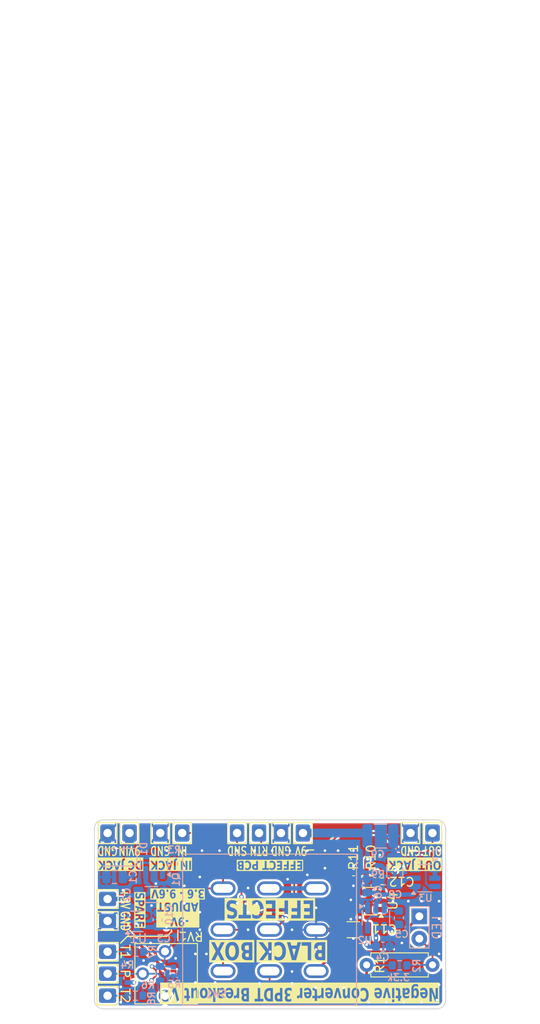
<source format=kicad_pcb>
(kicad_pcb (version 20241229) (generator "pcbnew") (generator_version "9.0")
  (layers (0 "F.Cu" signal) (4 "In1.Cu" signal) (6 "In2.Cu" signal) (2 "B.Cu" signal) (13 "F.Paste" user) (15 "B.Paste" user) (5 "F.SilkS" user "F.Silkscreen") (7 "B.SilkS" user "B.Silkscreen") (1 "F.Mask" user) (3 "B.Mask" user) (25 "Edge.Cuts" user))
  (net 0 "")
  (net 1 "GND")
  (net 2 "+9V")
  (net 3 "/LED+")
  (net 4 "/LED-")
  (net 5 "/IN")
  (net 6 "/SEND")
  (net 7 "/RETURN")
  (net 8 "/OUT")
  (net 9 "+4V5")
  (net 10 "-4V5")
  (net 11 "-9V_PRE")
  (net 12 "-9V")
  (net 13 "Net-(R7-Pad1)")
  (net 14 "Net-(R8-Pad1)")
  (net 15 "Net-(U4-ADJ)")
  (net 16 "+9VIN")
  (net 17 "/FB")
  (net 18 "/-CAP_A")
  (net 19 "/+CAP_A")
  (net 20 "/-CAP_B")
  (net 21 "/+CAP_B")
  (net 22 "/FB_A")
  (net 23 "/Q1_G")
  (net 24 "/GND_SW")
  (footprint "Resistor_SMD:R_0402_1005Metric" (layer "F.Cu") (at 80.26 134)
    (property "Reference" "R10" (at -1.26 -2.75 90) (layer "F.SilkS"))
    (property "Value" "30k")
    (pad "1" smd roundrect (at -0.51 0) (size 0.54 0.64) (layers "F.Cu" "F.Mask" "F.Paste") (net 15 "Net-(U4-ADJ)"))
    (pad "2" smd roundrect (at 0.51 0) (size 0.54 0.64) (layers "F.Cu" "F.Mask" "F.Paste") (net 1 "GND"))
  )
  (footprint "g-art:WirePad_H0.95mm_22-24AWG" (layer "F.Cu") (at 71.25 128.5 180)
    (property "Reference" "WP9" (hide yes))
    (property "Value" "-9V" (at -0.25 -2 180) (layer "F.SilkS") (effects (font (size 1 0.75))))
    (pad "1" thru_hole roundrect (at 0 0) (size 1.65 1.95) (drill 0.95) (layers "*.Cu" "F.Mask" "F.Paste") (roundrect_rratio 0.15) (net 12 "-9V"))
  )
  (footprint "g-art:WirePad_H0.95mm_22-24AWG" (layer "F.Cu") (at 55 128.5 180)
    (property "Reference" "WP6" (hide yes))
    (property "Value" "GND" (at 0 -2 180) (layer "F.SilkS") (effects (font (size 1 0.75))))
    (pad "1" thru_hole roundrect (at 0 0) (size 1.65 1.95) (drill 0.95) (layers "*.Cu" "F.Mask" "F.Paste") (roundrect_rratio 0.15) (net 1 "GND"))
  )
  (footprint "g-art:WirePad_H0.95mm_22-24AWG" (layer "F.Cu") (at 49 128.5 180)
    (property "Reference" "WP2" (hide yes))
    (property "Value" "GND" (at 0 -2 180) (layer "F.SilkS") (effects (font (size 1 0.75))))
    (pad "1" thru_hole roundrect (at 0 0) (size 1.65 1.95) (drill 0.95) (layers "*.Cu" "F.Mask" "F.Paste") (roundrect_rratio 0.15) (net 1 "GND"))
  )
  (footprint "g-art:WirePad_H0.95mm_22-24AWG" (layer "F.Cu") (at 49 138.5 90)
    (property "Reference" "WP12" (hide yes))
    (property "Value" "GND" (at 0 2 270) (layer "F.SilkS") (effects (font (size 1 0.75))))
    (pad "1" thru_hole roundrect (at 0 0 270) (size 1.65 1.95) (drill 0.95) (layers "*.Cu" "F.Mask" "F.Paste") (roundrect_rratio 0.15) (net 1 "GND"))
  )
  (footprint "Package_TO_SOT_SMD:SOT-23-5" (layer "F.Cu") (at 78.8625 136.25 180)
    (property "Reference" "U4" (at -2.6375 0 90) (layer "F.SilkS"))
    (property "Value" "MIC5270YM5-TR")
    (pad "1" smd roundrect (at -1.1375 -0.95 180) (size 1.325 0.6) (layers "F.Cu" "F.Mask" "F.Paste"))
    (pad "2" smd roundrect (at -1.1375 0 180) (size 1.325 0.6) (layers "F.Cu" "F.Mask" "F.Paste") (net 1 "GND"))
    (pad "3" smd roundrect (at -1.1375 0.95 180) (size 1.325 0.6) (layers "F.Cu" "F.Mask" "F.Paste") (net 15 "Net-(U4-ADJ)"))
    (pad "4" smd roundrect (at 1.1375 0.95 180) (size 1.325 0.6) (layers "F.Cu" "F.Mask" "F.Paste") (net 12 "-9V"))
    (pad "5" smd roundrect (at 1.1375 -0.95 180) (size 1.325 0.6) (layers "F.Cu" "F.Mask" "F.Paste") (net 11 "-9V_PRE"))
  )
  (footprint "g-art:WirePad_H0.95mm_22-24AWG" (layer "F.Cu") (at 68.75 128.5 180)
    (property "Reference" "WP10" (hide yes))
    (property "Value" "GND" (at 0 -2 180) (layer "F.SilkS") (effects (font (size 1 0.75))))
    (pad "1" thru_hole roundrect (at 0 0) (size 1.65 1.95) (drill 0.95) (layers "*.Cu" "F.Mask" "F.Paste") (roundrect_rratio 0.15) (net 1 "GND"))
  )
  (footprint "g-art:WirePad_H0.95mm_22-24AWG" (layer "F.Cu") (at 86 128.5 180)
    (property "Reference" "WP3" (hide yes))
    (property "Value" "OUT" (at 0 -2 180) (layer "F.SilkS") (effects (font (size 1 0.75))))
    (pad "1" thru_hole roundrect (at 0 0) (size 1.65 1.95) (drill 0.95) (layers "*.Cu" "F.Mask" "F.Paste") (roundrect_rratio 0.15) (net 8 "/OUT"))
  )
  (footprint "Capacitor_SMD:C_0402_1005Metric" (layer "F.Cu") (at 77.02 133 180)
    (property "Reference" "C12" (at -5.48 -1 180) (layer "F.SilkS"))
    (property "Value" "100n")
    (pad "1" smd roundrect (at -0.48 0 180) (size 0.56 0.62) (layers "F.Cu" "F.Mask" "F.Paste") (net 12 "-9V"))
    (pad "2" smd roundrect (at 0.48 0 180) (size 0.56 0.62) (layers "F.Cu" "F.Mask" "F.Paste") (net 1 "GND"))
  )
  (footprint "Resistor_SMD:R_0402_1005Metric" (layer "F.Cu") (at 78.99 133)
    (property "Reference" "R11" (at -1.99 -1.75 90) (layer "F.SilkS"))
    (property "Value" "4.7k")
    (pad "1" smd roundrect (at -0.51 0) (size 0.54 0.64) (layers "F.Cu" "F.Mask" "F.Paste") (net 12 "-9V"))
    (pad "2" smd roundrect (at 0.51 0) (size 0.54 0.64) (layers "F.Cu" "F.Mask" "F.Paste") (net 15 "Net-(U4-ADJ)"))
  )
  (footprint "g-pot:Potentiometer_Bourns_3362P_Vertical" (layer "F.Cu") (at 55.54 144.5 -90)
    (property "Reference" "RV1" (at -4.25 -2.96 180) (layer "F.SilkS"))
    (property "Value" "B100k")
    (pad "1" thru_hole circle (at 2.54 0) (size 1.44 1.44) (drill 0.9) (layers "*.Cu" "*.Mask") (net 22 "/FB_A"))
    (pad "2" thru_hole circle (at 0 2.54) (size 1.44 1.44) (drill 0.9) (layers "*.Cu" "*.Mask") (net 22 "/FB_A"))
    (pad "3" thru_hole circle (at -2.54 0) (size 1.44 1.44) (drill 0.9) (layers "*.Cu" "*.Mask") (net 17 "/FB"))
  )
  (footprint "g-res:R_Axial_DIN0207_L6.3mm_D2.5mm_P7.5mm_Horizontal" (layer "F.Cu") (at 78.5 143.5)
    (property "Reference" "R1" (at 1.5 0 90) (layer "F.SilkS"))
    (property "Value" "3.3k")
    (pad "1" thru_hole circle (at 0 0) (size 1.6 1.6) (drill 0.8) (layers "*.Cu" "*.Mask") (net 2 "+9V"))
    (pad "2" thru_hole oval (at 7.5 0) (size 1.6 1.6) (drill 0.8) (layers "*.Cu" "*.Mask") (net 3 "/LED+"))
  )
  (footprint "g-art:WirePad_H0.95mm_22-24AWG" (layer "F.Cu") (at 83.5 128.5 180)
    (property "Reference" "WP4" (hide yes))
    (property "Value" "GND" (at 0 -2 180) (layer "F.SilkS") (effects (font (size 1 0.75))))
    (pad "1" thru_hole roundrect (at 0 0) (size 1.65 1.95) (drill 0.95) (layers "*.Cu" "F.Mask" "F.Paste") (roundrect_rratio 0.15) (net 1 "GND"))
  )
  (footprint "Capacitor_SMD:C_1206_3216Metric" (layer "F.Cu") (at 76.975 139.5 180)
    (property "Reference" "C11" (at -3.525 0.1 180) (layer "F.SilkS"))
    (property "Value" "2.2u")
    (pad "1" smd roundrect (at -1.475 0 180) (size 1.15 1.8) (layers "F.Cu" "F.Mask" "F.Paste") (roundrect_rratio 0.217391) (net 11 "-9V_PRE"))
    (pad "2" smd roundrect (at 1.475 0 180) (size 1.15 1.8) (layers "F.Cu" "F.Mask" "F.Paste") (roundrect_rratio 0.217391) (net 1 "GND"))
  )
  (footprint "g-art:WirePad_H0.95mm_22-24AWG" (layer "F.Cu") (at 66.25 128.5 180)
    (property "Reference" "WP7" (hide yes))
    (property "Value" "RTN" (at 0 -2 180) (layer "F.SilkS") (effects (font (size 1 0.75))))
    (pad "1" thru_hole roundrect (at 0 0) (size 1.65 1.95) (drill 0.95) (layers "*.Cu" "F.Mask" "F.Paste") (roundrect_rratio 0.15) (net 7 "/RETURN"))
  )
  (footprint "g-art:WirePad_H0.95mm_22-24AWG" (layer "F.Cu") (at 51.5 128.5 180)
    (property "Reference" "WP1" (hide yes))
    (property "Value" "9VIN" (at 0 -2 180) (layer "F.SilkS") (effects (font (size 1 0.75))))
    (pad "1" thru_hole roundrect (at 0 0) (size 1.65 1.95) (drill 0.95) (layers "*.Cu" "F.Mask" "F.Paste") (roundrect_rratio 0.15) (net 16 "+9VIN"))
  )
  (footprint "g-art:WirePad_H0.95mm_22-24AWG" (layer "F.Cu") (at 57.5 128.5 180)
    (property "Reference" "WP5" (hide yes))
    (property "Value" "IN" (at 0 -2 180) (layer "F.SilkS") (effects (font (size 1 0.75))))
    (pad "1" thru_hole roundrect (at 0 0) (size 1.65 1.95) (drill 0.95) (layers "*.Cu" "F.Mask" "F.Paste") (roundrect_rratio 0.15) (net 5 "/IN"))
  )
  (footprint "g-art:WirePad_H0.95mm_22-24AWG" (layer "F.Cu") (at 49 147 -90)
    (property "Reference" "WP15" (hide yes))
    (property "Value" "T2" (at 0 -2 270) (layer "F.SilkS"))
    (pad "1" thru_hole roundrect (at 0 0 90) (size 1.65 1.95) (drill 0.95) (layers "*.Cu" "F.Mask" "F.Paste") (roundrect_rratio 0.15) (net 14 "Net-(R8-Pad1)"))
  )
  (footprint "g-art:WirePad_H0.95mm_22-24AWG" (layer "F.Cu") (at 63.75 128.5 180)
    (property "Reference" "WP8" (hide yes))
    (property "Value" "SND" (at 0 -2 180) (layer "F.SilkS") (effects (font (size 1 0.75))))
    (pad "1" thru_hole roundrect (at 0 0) (size 1.65 1.95) (drill 0.95) (layers "*.Cu" "F.Mask" "F.Paste") (roundrect_rratio 0.15) (net 6 "/SEND"))
  )
  (footprint "g-art:WirePad_H0.95mm_22-24AWG" (layer "F.Cu") (at 49 142 -90)
    (property "Reference" "WP14" (hide yes))
    (property "Value" "T1" (at 0 -2 270) (layer "F.SilkS"))
    (pad "1" thru_hole roundrect (at 0 0 90) (size 1.65 1.95) (drill 0.95) (layers "*.Cu" "F.Mask" "F.Paste") (roundrect_rratio 0.15) (net 13 "Net-(R7-Pad1)"))
  )
  (footprint "g-art:WirePad_H0.95mm_22-24AWG" (layer "F.Cu") (at 49 136 90)
    (property "Reference" "WP11" (hide yes))
    (property "Value" "+9V" (at 0 2 270) (layer "F.SilkS") (effects (font (size 1 0.75))))
    (pad "1" thru_hole roundrect (at 0 0 270) (size 1.65 1.95) (drill 0.95) (layers "*.Cu" "F.Mask" "F.Paste") (roundrect_rratio 0.15) (net 2 "+9V"))
  )
  (footprint "g-art:WirePad_H0.95mm_22-24AWG" (layer "F.Cu") (at 49 144.5 -90)
    (property "Reference" "WP13" (hide yes))
    (property "Value" "P" (at 0 -2 270) (layer "F.SilkS"))
    (pad "1" thru_hole roundrect (at 0 0 90) (size 1.65 1.95) (drill 0.95) (layers "*.Cu" "F.Mask" "F.Paste") (roundrect_rratio 0.15) (net 22 "/FB_A"))
  )
  (footprint "Package_TO_SOT_SMD:SOT-353_SC-70-5" (layer "B.Cu") (at 52.35 138.55)
    (property "Reference" "U1" (at 0.15 1.95 0) (layer "B.SilkS") (effects (justify mirror)))
    (property "Value" "TPS71501DCKRM3")
    (pad "1" smd roundrect (at -0.95 0.65) (size 0.65 0.4) (layers "B.Cu" "B.Mask" "B.Paste") (net 17 "/FB"))
    (pad "2" smd roundrect (at -0.95 0) (size 0.65 0.4) (layers "B.Cu" "B.Mask" "B.Paste") (net 1 "GND"))
    (pad "3" smd roundrect (at -0.95 -0.65) (size 0.65 0.4) (layers "B.Cu" "B.Mask" "B.Paste"))
    (pad "4" smd roundrect (at 0.95 -0.65) (size 0.65 0.4) (layers "B.Cu" "B.Mask" "B.Paste") (net 2 "+9V"))
    (pad "5" smd roundrect (at 0.95 0.65) (size 0.65 0.4) (layers "B.Cu" "B.Mask" "B.Paste") (net 9 "+4V5"))
  )
  (footprint "Resistor_SMD:R_0402_1005Metric" (layer "B.Cu") (at 56.6 131.99 90)
    (property "Reference" "R3" (at 1.59 0 0) (layer "B.SilkS") (effects (font (size 0.8 0.8)) (justify mirror)))
    (property "Value" "100k")
    (pad "1" smd roundrect (at -0.51 0 90) (size 0.54 0.64) (layers "B.Cu" "B.Mask" "B.Paste") (net 23 "/Q1_G"))
    (pad "2" smd roundrect (at 0.51 0 90) (size 0.54 0.64) (layers "B.Cu" "B.Mask" "B.Paste") (net 1 "GND"))
  )
  (footprint "Package_TO_SOT_SMD:SOT-23-6" (layer "B.Cu") (at 79.555999 138.15 -90)
    (property "Reference" "U2" (at 2.55 1.255999 0) (layer "B.SilkS") (effects (font (size 0.8 0.8)) (justify mirror)))
    (property "Value" "LM2664M6X/NOPB")
    (pad "1" smd roundrect (at -1.1375 0.95 270) (size 1.325 0.6) (layers "B.Cu" "B.Mask" "B.Paste") (net 1 "GND"))
    (pad "2" smd roundrect (at -1.1375 0 270) (size 1.325 0.6) (layers "B.Cu" "B.Mask" "B.Paste") (net 10 "-4V5"))
    (pad "3" smd roundrect (at -1.1375 -0.95 270) (size 1.325 0.6) (layers "B.Cu" "B.Mask" "B.Paste") (net 18 "/-CAP_A"))
    (pad "4" smd roundrect (at 1.1375 -0.95 270) (size 1.325 0.6) (layers "B.Cu" "B.Mask" "B.Paste") (net 9 "+4V5"))
    (pad "5" smd roundrect (at 1.1375 0 270) (size 1.325 0.6) (layers "B.Cu" "B.Mask" "B.Paste") (net 9 "+4V5"))
    (pad "6" smd roundrect (at 1.1375 0.95 270) (size 1.325 0.6) (layers "B.Cu" "B.Mask" "B.Paste") (net 19 "/+CAP_A"))
  )
  (footprint "Capacitor_SMD:C_0603_1608Metric" (layer "B.Cu") (at 80.346165 141.428935 180)
    (property "Reference" "C4" (at 0.037749 -1.2 0) (layer "B.SilkS") (effects (font (size 0.8 0.8)) (justify mirror)))
    (property "Value" "1u")
    (pad "1" smd roundrect (at -0.775 0 180) (size 0.9 0.95) (layers "B.Cu" "B.Mask" "B.Paste") (net 1 "GND"))
    (pad "2" smd roundrect (at 0.775 0 180) (size 0.9 0.95) (layers "B.Cu" "B.Mask" "B.Paste") (net 9 "+4V5"))
  )
  (footprint "g-dio:LED_D5.0mm_Standoff" (layer "B.Cu") (at 84.5 137.975 -90)
    (property "Reference" "D2" (hide yes))
    (property "Value" "LED_PTH")
    (pad "1" thru_hole rect (at 0 0 270) (size 1.8 1.8) (drill 0.9) (layers "*.Cu" "*.Mask") (net 4 "/LED-"))
    (pad "2" thru_hole circle (at 2.54 0 270) (size 1.8 1.8) (drill 0.9) (layers "*.Cu" "*.Mask") (net 3 "/LED+"))
  )
  (footprint "Capacitor_SMD:C_0402_1005Metric" (layer "B.Cu") (at 56.7 139.68 -90)
    (property "Reference" "C3" (at 0.82 1.3 180) (layer "B.SilkS") (effects (font (size 0.8 0.8)) (justify mirror)))
    (property "Value" "100p")
    (pad "1" smd roundrect (at -0.48 0 270) (size 0.56 0.62) (layers "B.Cu" "B.Mask" "B.Paste") (net 9 "+4V5"))
    (pad "2" smd roundrect (at 0.48 0 270) (size 0.56 0.62) (layers "B.Cu" "B.Mask" "B.Paste") (net 17 "/FB"))
  )
  (footprint "g-swi:SW_STOMP_3PDT" (layer "B.Cu") (at 67.45 139.5)
    (property "Reference" "SW1" (at -6.05 7.3 0) (layer "B.SilkS") (effects (font (size 0.8 0.8)) (justify mirror)))
    (property "Value" "SW_3PDT")
    (pad "1" thru_hole oval (at -5.3 -4.7) (size 2.85 1.6) (drill oval 2.25 1) (layers "*.Cu" "*.Mask") (net 5 "/IN"))
    (pad "2" thru_hole oval (at -5.3 0) (size 2.85 1.6) (drill oval 2.25 1) (layers "*.Cu" "*.Mask") (net 8 "/OUT"))
    (pad "3" thru_hole oval (at -5.3 4.7) (size 2.85 1.6) (drill oval 2.25 1) (layers "*.Cu" "*.Mask") (net 7 "/RETURN"))
    (pad "4" thru_hole oval (at 0 -4.7) (size 2.85 1.6) (drill oval 2.25 1) (layers "*.Cu" "*.Mask") (net 24 "/GND_SW"))
    (pad "5" thru_hole oval (at 0 0) (size 2.85 1.6) (drill oval 2.25 1) (layers "*.Cu" "*.Mask") (net 6 "/SEND"))
    (pad "6" thru_hole oval (at 0 4.7) (size 2.85 1.6) (drill oval 2.25 1) (layers "*.Cu" "*.Mask") (net 5 "/IN"))
    (pad "7" thru_hole oval (at 5.3 -4.7) (size 2.85 1.6) (drill oval 2.25 1) (layers "*.Cu" "*.Mask") (net 24 "/GND_SW"))
    (pad "8" thru_hole oval (at 5.3 0) (size 2.85 1.6) (drill oval 2.25 1) (layers "*.Cu" "*.Mask") (net 1 "GND"))
    (pad "9" thru_hole oval (at 5.3 4.7) (size 2.85 1.6) (drill oval 2.25 1) (layers "*.Cu" "*.Mask") (net 4 "/LED-"))
  )
  (footprint "Capacitor_SMD:C_0805_2012Metric" (layer "B.Cu") (at 49.8 133.5 180)
    (property "Reference" "C1" (at -2.1 0 90) (layer "B.SilkS") (effects (font (size 0.8 0.8)) (justify mirror)))
    (property "Value" "1u")
    (pad "1" smd roundrect (at -0.95 0 180) (size 1 1.45) (layers "B.Cu" "B.Mask" "B.Paste") (net 16 "+9VIN"))
    (pad "2" smd roundrect (at 0.95 0 180) (size 1 1.45) (layers "B.Cu" "B.Mask" "B.Paste") (net 1 "GND"))
  )
  (footprint "Resistor_SMD:R_0603_1608Metric" (layer "B.Cu") (at 54.98 144.5 90)
    (property "Reference" "R6" (at -1.3 -1.38 0) (layer "B.SilkS") (effects (font (size 0.8 0.8)) (justify mirror)))
    (property "Value" "100k")
    (pad "1" smd roundrect (at -0.825 0 90) (size 0.8 0.95) (layers "B.Cu" "B.Mask" "B.Paste") (net 22 "/FB_A"))
    (pad "2" smd roundrect (at 0.825 0 90) (size 0.8 0.95) (layers "B.Cu" "B.Mask" "B.Paste") (net 17 "/FB"))
  )
  (footprint "Resistor_SMD:R_0402_1005Metric" (layer "B.Cu") (at 56.5 144.24 -90)
    (property "Reference" "R5" (at 1.46 -0.1 0) (layer "B.SilkS") (effects (font (size 0.8 0.8)) (justify mirror)))
    (property "Value" "27k")
    (pad "1" smd roundrect (at -0.51 0 270) (size 0.54 0.64) (layers "B.Cu" "B.Mask" "B.Paste") (net 17 "/FB"))
    (pad "2" smd roundrect (at 0.51 0 270) (size 0.54 0.64) (layers "B.Cu" "B.Mask" "B.Paste") (net 1 "GND"))
  )
  (footprint "Resistor_SMD:R_0402_1005Metric" (layer "B.Cu") (at 51.25 144.99 90)
    (property "Reference" "R4" (at 1.49 0 0) (layer "B.SilkS") (effects (font (size 0.8 0.8)) (justify mirror)))
    (property "Value" "22k")
    (pad "1" smd roundrect (at -0.51 0 90) (size 0.54 0.64) (layers "B.Cu" "B.Mask" "B.Paste") (net 9 "+4V5"))
    (pad "2" smd roundrect (at 0.51 0 90) (size 0.54 0.64) (layers "B.Cu" "B.Mask" "B.Paste") (net 22 "/FB_A"))
  )
  (footprint "Resistor_SMD:R_0603_1608Metric" (layer "B.Cu") (at 52.175 147)
    (property "Reference" "R8" (at 1.825 0.3 90) (layer "B.SilkS") (effects (font (size 0.8 0.8)) (justify mirror)))
    (property "Value" "47k")
    (pad "1" smd roundrect (at -0.825 0) (size 0.8 0.95) (layers "B.Cu" "B.Mask" "B.Paste") (net 14 "Net-(R8-Pad1)"))
    (pad "2" smd roundrect (at 0.825 0) (size 0.8 0.95) (layers "B.Cu" "B.Mask" "B.Paste") (net 17 "/FB"))
  )
  (footprint "Capacitor_SMD:C_1206_3216Metric" (layer "B.Cu") (at 81.70675 132.81 90)
    (property "Reference" "C8" (at -2.69 0.04325 0) (layer "B.SilkS") (effects (font (size 0.8 0.8)) (justify mirror)))
    (property "Value" "2.2u")
    (pad "1" smd roundrect (at -1.475 0 90) (size 1.15 1.8) (layers "B.Cu" "B.Mask" "B.Paste") (roundrect_rratio 0.217391) (net 11 "-9V_PRE"))
    (pad "2" smd roundrect (at 1.475 0 90) (size 1.15 1.8) (layers "B.Cu" "B.Mask" "B.Paste") (roundrect_rratio 0.217391) (net 1 "GND"))
  )
  (footprint "Package_TO_SOT_SMD:SOT-23" (layer "B.Cu") (at 54.3 132.0625 90)
    (property "Reference" "Q1" (at -1.7375 2.5 90) (layer "B.SilkS") (effects (font (size 0.8 0.8)) (justify mirror)))
    (property "Value" "DMP3099L")
    (pad "1" smd roundrect (at -0.9375 0.95 90) (size 1.475 0.6) (layers "B.Cu" "B.Mask" "B.Paste") (net 23 "/Q1_G"))
    (pad "2" smd roundrect (at -0.9375 -0.95 90) (size 1.475 0.6) (layers "B.Cu" "B.Mask" "B.Paste") (net 2 "+9V"))
    (pad "3" smd roundrect (at 0.9375 0 90) (size 1.475 0.6) (layers "B.Cu" "B.Mask" "B.Paste") (net 16 "+9VIN"))
  )
  (footprint "Capacitor_SMD:C_1210_3225Metric" (layer "B.Cu") (at 80.06 128.84325)
    (property "Reference" "C9" (at -0.31 2.05675 0) (layer "B.SilkS") (effects (font (size 0.8 0.8)) (justify mirror)))
    (property "Value" "10u")
    (pad "1" smd roundrect (at -1.475 0) (size 1.15 2.7) (layers "B.Cu" "B.Mask" "B.Paste") (roundrect_rratio 0.217391) (net 12 "-9V"))
    (pad "2" smd roundrect (at 1.475 0) (size 1.15 2.7) (layers "B.Cu" "B.Mask" "B.Paste") (roundrect_rratio 0.217391) (net 1 "GND"))
  )
  (footprint "Diode_SMD:D_SOD-123F" (layer "B.Cu") (at 50.15 131.25 180)
    (property "Reference" "D1" (at -2.95 0.95 90) (layer "B.SilkS") (effects (font (size 0.8 0.8)) (justify mirror)))
    (property "Value" "SMF4L9.0A")
    (pad "1" smd roundrect (at -1.4 0 180) (size 1.1 1.1) (layers "B.Cu" "B.Mask" "B.Paste") (roundrect_rratio 0.2272727273) (net 16 "+9VIN"))
    (pad "2" smd roundrect (at 1.4 0 180) (size 1.1 1.1) (layers "B.Cu" "B.Mask" "B.Paste") (roundrect_rratio 0.2272727273) (net 1 "GND"))
  )
  (footprint "Capacitor_SMD:C_0603_1608Metric" (layer "B.Cu") (at 82.179499 138.14 90)
    (property "Reference" "C5" (at -1.86 0.320501 0) (layer "B.SilkS") (effects (font (size 0.8 0.8)) (justify mirror)))
    (property "Value" "1u")
    (pad "1" smd roundrect (at -0.775 0 90) (size 0.9 0.95) (layers "B.Cu" "B.Mask" "B.Paste") (net 19 "/+CAP_A"))
    (pad "2" smd roundrect (at 0.775 0 90) (size 0.9 0.95) (layers "B.Cu" "B.Mask" "B.Paste") (net 18 "/-CAP_A"))
  )
  (footprint "Capacitor_SMD:C_1206_3216Metric" (layer "B.Cu") (at 53.975 135.5)
    (property "Reference" "C2" (at -2.775 0 90) (layer "B.SilkS") (effects (font (size 0.8 0.8)) (justify mirror)))
    (property "Value" "2.2u")
    (pad "1" smd roundrect (at -1.475 0) (size 1.15 1.8) (layers "B.Cu" "B.Mask" "B.Paste") (roundrect_rratio 0.217391) (net 2 "+9V"))
    (pad "2" smd roundrect (at 1.475 0) (size 1.15 1.8) (layers "B.Cu" "B.Mask" "B.Paste") (roundrect_rratio 0.217391) (net 1 "GND"))
  )
  (footprint "Capacitor_SMD:C_0603_1608Metric" (layer "B.Cu") (at 84.5875 131.10325 180)
    (property "Reference" "C7" (at -1.9125 0.10325 90) (layer "B.SilkS") (effects (font (size 0.8 0.8)) (justify mirror)))
    (property "Value" "1u")
    (pad "1" smd roundrect (at -0.775 0 180) (size 0.9 0.95) (layers "B.Cu" "B.Mask" "B.Paste") (net 21 "/+CAP_B"))
    (pad "2" smd roundrect (at 0.775 0 180) (size 0.9 0.95) (layers "B.Cu" "B.Mask" "B.Paste") (net 20 "/-CAP_B"))
  )
  (footprint "Resistor_SMD:R_0603_1608Metric" (layer "B.Cu") (at 52.25 142)
    (property "Reference" "R7" (at 1.85 0 90) (layer "B.SilkS") (effects (font (size 0.8 0.8)) (justify mirror)))
    (property "Value" "1")
    (pad "1" smd roundrect (at -0.825 0) (size 0.8 0.95) (layers "B.Cu" "B.Mask" "B.Paste") (net 13 "Net-(R7-Pad1)"))
    (pad "2" smd roundrect (at 0.825 0) (size 0.8 0.95) (layers "B.Cu" "B.Mask" "B.Paste") (net 17 "/FB"))
  )
  (footprint "Package_TO_SOT_SMD:SOT-23-6" (layer "B.Cu") (at 85.1375 133.63175)
    (property "Reference" "U3" (at 0.0625 2.26825 0) (layer "B.SilkS") (effects (font (size 0.8 0.8)) (justify mirror)))
    (property "Value" "LM2664M6X/NOPB")
    (pad "1" smd roundrect (at -1.1375 0.95) (size 1.325 0.6) (layers "B.Cu" "B.Mask" "B.Paste") (net 10 "-4V5"))
    (pad "2" smd roundrect (at -1.1375 0) (size 1.325 0.6) (layers "B.Cu" "B.Mask" "B.Paste") (net 11 "-9V_PRE"))
    (pad "3" smd roundrect (at -1.1375 -0.95) (size 1.325 0.6) (layers "B.Cu" "B.Mask" "B.Paste") (net 20 "/-CAP_B"))
    (pad "4" smd roundrect (at 1.1375 -0.95) (size 1.325 0.6) (layers "B.Cu" "B.Mask" "B.Paste") (net 1 "GND"))
    (pad "5" smd roundrect (at 1.1375 0) (size 1.325 0.6) (layers "B.Cu" "B.Mask" "B.Paste") (net 1 "GND"))
    (pad "6" smd roundrect (at 1.1375 0.95) (size 1.325 0.6) (layers "B.Cu" "B.Mask" "B.Paste") (net 21 "/+CAP_B"))
  )
  (footprint "Resistor_SMD:R_0603_1608Metric" (layer "B.Cu") (at 82.25 143.55)
    (property "Reference" "R2" (at 1.95 0.05 90) (layer "B.SilkS") (effects (font (size 0.8 0.8)) (justify mirror)))
    (property "Value" "3.3k")
    (pad "1" smd roundrect (at -0.825 0) (size 0.8 0.95) (layers "B.Cu" "B.Mask" "B.Paste") (net 2 "+9V"))
    (pad "2" smd roundrect (at 0.825 0) (size 0.8 0.95) (layers "B.Cu" "B.Mask" "B.Paste") (net 3 "/LED+"))
  )
  (footprint "Capacitor_SMD:C_0603_1608Metric" (layer "B.Cu") (at 78.5 134.5 -90)
    (property "Reference" "C6" (at 0.7 -1.3 90) (layer "B.SilkS") (effects (font (size 0.8 0.8)) (justify mirror)))
    (property "Value" "2.2u")
    (pad "1" smd roundrect (at -0.775 0 270) (size 0.9 0.95) (layers "B.Cu" "B.Mask" "B.Paste") (net 1 "GND"))
    (pad "2" smd roundrect (at 0.775 0 270) (size 0.9 0.95) (layers "B.Cu" "B.Mask" "B.Paste") (net 10 "-4V5"))
  )
  (footprint "Capacitor_SMD:C_0603_1608Metric" (layer "B.Cu") (at 54.7 138.375 -90)
    (property "Reference" "C10" (at -0.575 -1.3 90) (layer "B.SilkS") (effects (font (size 0.8 0.8)) (justify mirror)))
    (property "Value" "1u")
    (pad "1" smd roundrect (at -0.775 0 270) (size 0.9 0.95) (layers "B.Cu" "B.Mask" "B.Paste") (net 1 "GND"))
    (pad "2" smd roundrect (at 0.775 0 270) (size 0.9 0.95) (layers "B.Cu" "B.Mask" "B.Paste") (net 9 "+4V5"))
  )
  (footprint "Resistor_SMD:R_0402_1005Metric" (layer "B.Cu") (at 79.14 132.20325 180)
    (property "Reference" "R9" (at -0.66 -0.99675 0) (layer "B.SilkS") (effects (font (size 0.8 0.8)) (justify mirror)))
    (property "Value" "10")
    (pad "1" smd roundrect (at -0.51 0 180) (size 0.54 0.64) (layers "B.Cu" "B.Mask" "B.Paste") (net 11 "-9V_PRE"))
    (pad "2" smd roundrect (at 0.51 0 180) (size 0.54 0.64) (layers "B.Cu" "B.Mask" "B.Paste") (net 12 "-9V"))
  )
  (gr_line (start 56.25 139.75) (end 55.75 140.25) (stroke (width 0.15)) (layer "F.SilkS"))
  (gr_line (start 55.75 140.25) (end 51.25 140.25) (stroke (width 0.15)) (layer "F.SilkS"))
  (gr_line (start 51.25 140.25) (end 50.5 141) (stroke (width 0.15)) (layer "F.SilkS"))
  (gr_line (start 57 139.55) (end 57 140.75) (stroke (width 0.15)) (layer "F.SilkS"))
  (gr_line (start 56.25 139.5) (end 56.25 139.75) (stroke (width 0.15)) (layer "F.SilkS"))
  (gr_line (start 48.5 127) (end 86.5 127) (stroke (width 0.1)) (layer "Edge.Cuts"))
  (gr_line (start 86.5 148.5) (end 48.5 148.5) (stroke (width 0.1)) (layer "Edge.Cuts"))
  (gr_arc (start 48.5 148.5) (mid 47.792893 148.207107) (end 47.5 147.5) (stroke (width 0.1)) (layer "Edge.Cuts"))
  (gr_line (start 87.5 128) (end 87.5 147.5) (stroke (width 0.1)) (layer "Edge.Cuts"))
  (gr_arc (start 86.5 127) (mid 87.207107 127.292893) (end 87.5 128) (stroke (width 0.1)) (layer "Edge.Cuts"))
  (gr_line (start 47.5 147.5) (end 47.5 128) (stroke (width 0.1)) (layer "Edge.Cuts"))
  (gr_arc (start 47.5 128) (mid 47.792893 127.292893) (end 48.5 127) (stroke (width 0.1)) (layer "Edge.Cuts"))
  (gr_arc (start 87.5 147.5) (mid 87.207107 148.207107) (end 86.5 148.5) (stroke (width 0.1)) (layer "Edge.Cuts"))
  (gr_text "BOX" (at 60.75 141.75 180) (layer "F.SilkS" knockout) (effects (font (size 2 1.5) (thickness 0.2) (bold yes)) (justify right)))
  (gr_text "BLACK" (at 66.25 141.75 180) (layer "F.SilkS" knockout) (effects (font (size 2 1.5) (thickness 0.2) (bold yes)) (justify right)))
  (gr_text "EFFECTS" (at 67.5 137 180) (layer "F.SilkS" knockout) (effects (font (size 2 1.5) (thickness 0.2) (bold yes))))
  (gr_text "DC JACK" (at 50.5 131.5 180) (layer "F.SilkS" knockout) (effects (font (size 1 0.8) (thickness 0.2) (bold yes)) (justify bottom)))
  (gr_text "3.6 - 9.6V" (at 57 134.75 180) (layer "F.SilkS" knockout) (effects (font (size 1 0.8) (thickness 0.2) (bold yes)) (justify bottom)))
  (gr_text "OUT JACK" (at 87 131.5 180) (layer "F.SilkS" knockout) (effects (font (size 1 0.8) (thickness 0.2) (bold yes)) (justify left bottom)))
  (gr_text "SPARE" (at 52 137.25 270) (layer "F.SilkS" knockout) (effects (font (size 1 0.8) (thickness 0.2) (bold yes)) (justify bottom)))
  (gr_text "Negative Converter 3PDT Breakout V2" (at 86.75 146.75 180) (layer "F.SilkS" knockout) (effects (font (size 1.5 1.05) (thickness 0.2) (bold yes)) (justify left)))
  (gr_text "-9V \nADJUST" (at 57 136.25 180) (layer "F.SilkS" knockout) (effects (font (size 1 0.8) (thickness 0.2) (bold yes)) (justify bottom)))
  (gr_text "IN JACK" (at 56.25 131.5 180) (layer "F.SilkS" knockout) (effects (font (size 1 0.8) (thickness 0.2) (bold yes)) (justify bottom)))
  (gr_text "EFFECT PCB" (at 67.5 131.5 180) (layer "F.SilkS" knockout) (effects (font (size 1 0.8) (thickness 0.2) (bold yes)) (justify bottom)))
  (gr_text "LED" (at 87.1 137.8 90) (layer "B.SilkS") (effects (font (size 1 1)) (justify left bottom mirror)))
  (gr_text "3.3k" (at 83.5 145.4 0) (layer "B.SilkS") (effects (font (size 0.8 0.8)) (justify left bottom mirror)))
  (segment (start 75.5 139.5) (end 72.75 139.5) (width 0.5) (layer "F.Cu") (net 1))
  (segment (start 81.5 136.25) (end 80 136.25) (width 0.5) (layer "F.Cu") (net 1))
  (via (at 65 134.75) (size 0.5) (drill 0.3) (layers "F.Cu" "B.Cu") (net 1))
  (via (at 80.75 147.75) (size 0.5) (drill 0.3) (layers "F.Cu" "B.Cu") (net 1))
  (via (at 66.3 145.6) (size 0.5) (drill 0.3) (layers "F.Cu" "B.Cu") (net 1))
  (via (at 57.1 147.7) (size 0.5) (drill 0.3) (layers "F.Cu" "B.Cu") (net 1))
  (via (at 57.75 134.5) (size 0.5) (drill 0.3) (layers "F.Cu" "B.Cu") (net 1))
  (via (at 83.25 136.25) (size 0.5) (drill 0.3) (layers "F.Cu" "B.Cu") (net 1))
  (via (at 70 145.6) (size 0.5) (drill 0.3) (layers "F.Cu" "B.Cu") (net 1))
  (via (at 61.25 145.5) (size 0.5) (drill 0.3) (layers "F.Cu" "B.Cu") (net 1))
  (via (at 59.5 139.5) (size 0.5) (drill 0.3) (layers "F.Cu" "B.Cu") (net 1))
  (via (at 86.75 142.25) (size 0.5) (drill 0.3) (layers "F.Cu" "B.Cu") (net 1))
  (via (at 75.9 146.1) (size 0.5) (drill 0.3) (layers "F.Cu" "B.Cu") (net 1))
  (via (at 52.3 138.8) (size 0.5) (drill 0.3) (layers "F.Cu" "B.Cu") (net 1))
  (via (at 61.75 130.5) (size 0.5) (drill 0.3) (layers "F.Cu" "B.Cu") (net 1))
  (via (at 54.5 134.25) (size 0.5) (drill 0.3) (layers "F.Cu" "B.Cu") (net 1))
  (via (at 50 130.25) (size 0.5) (drill 0.3) (layers "F.Cu" "B.Cu") (net 1))
  (via (at 77 134.5) (size 0.5) (drill 0.3) (layers "F.Cu" "B.Cu") (net 1))
  (via (at 86.75 138.25) (size 0.5) (drill 0.3) (layers "F.Cu" "B.Cu") (net 1))
  (via (at 56.75 142.75) (size 0.5) (drill 0.3) (layers "F.Cu" "B.Cu") (net 1))
  (via (at 59 145.5) (size 0.5) (drill 0.3) (layers "F.Cu" "B.Cu") (net 1))
  (via (at 57.75 132.5) (size 0.5) (drill 0.3) (layers "F.Cu" "B.Cu") (net 1))
  (via (at 81.5 136.25) (size 0.5) (drill 0.3) (layers "F.Cu" "B.Cu") (net 1))
  (via (at 76.7 136.1) (size 0.5) (drill 0.3) (layers "F.Cu" "B.Cu") (net 1))
  (via (at 50.75 135) (size 0.5) (drill 0.3) (layers "F.Cu" "B.Cu") (net 1))
  (via (at 70 144.25) (size 0.5) (drill 0.3) (layers "F.Cu" "B.Cu") (net 1))
  (via (at 77 132.25) (size 0.5) (drill 0.3) (layers "F.Cu" "B.Cu") (net 1))
  (via (at 86.75 140.25) (size 0.5) (drill 0.3) (layers "F.Cu" "B.Cu") (net 1))
  (via (at 65 137.5) (size 0.5) (drill 0.3) (layers "F.Cu" "B.Cu") (net 1))
  (via (at 65 139.5) (size 0.5) (drill 0.3) (layers "F.Cu" "B.Cu") (net 1))
  (via (at 86.75 136.25) (size 0.5) (drill 0.3) (layers "F.Cu" "B.Cu") (net 1))
  (via (at 55.75 130.5) (size 0.5) (drill 0.3) (layers "F.Cu" "B.Cu") (net 1))
  (via (at 54 136.75) (size 0.5) (drill 0.3) (layers "F.Cu" "B.Cu") (net 1))
  (via (at 86.75 145.75) (size 0.5) (drill 0.3) (layers "F.Cu" "B.Cu") (net 1))
  (via (at 57.75 130.5) (size 0.5) (drill 0.3) (layers "F.Cu" "B.Cu") (net 1))
  (via (at 82.7 132.3) (size 0.5) (drill 0.3) (layers "F.Cu" "B.Cu") (net 1))
  (via (at 82.512749 141) (size 0.5) (drill 0.3) (layers "F.Cu" "B.Cu") (net 1))
  (via (at 59.5 133.5) (size 0.5) (drill 0.3) (layers "F.Cu" "B.Cu") (net 1))
  (via (at 57.75 136.5) (size 0.5) (drill 0.3) (layers "F.Cu" "B.Cu") (net 1))
  (via (at 67.5 142) (size 0.5) (drill 0.3) (layers "F.Cu" "B.Cu") (net 1))
  (via (at 59 142.25) (size 0.5) (drill 0.3) (layers "F.Cu" "B.Cu") (net 1))
  (via (at 66 136.5) (size 0.5) (drill 0.3) (layers "F.Cu" "B.Cu") (net 1))
  (via (at 86.75 131.5) (size 0.5) (drill 0.3) (layers "F.Cu" "B.Cu") (net 1))
  (via (at 51.25 143.25) (size 0.5) (drill 0.3) (layers "F.Cu" "B.Cu") (net 1))
  (via (at 50.5 147.75) (size 0.5) (drill 0.3) (layers "F.Cu" "B.Cu") (net 1))
  (via (at 78.75 147.75) (size 0.5) (drill 0.3) (layers "F.Cu" "B.Cu") (net 1))
  (via (at 72.75 141.75) (size 0.5) (drill 0.3) (layers "F.Cu" "B.Cu") (net 1))
  (via (at 75.25 130.5) (size 0.5) (drill 0.3) (layers "F.Cu" "B.Cu") (net 1))
  (via (at 50 132) (size 0.5) (drill 0.3) (layers "F.Cu" "B.Cu") (net 1))
  (via (at 60.25 142.25) (size 0.5) (drill 0.3) (layers "F.Cu" "B.Cu") (net 1))
  (via (at 53.9 141) (size 0.5) (drill 0.3) (layers "F.Cu" "B.Cu") (net 1))
  (via (at 80 131) (size 0.5) (drill 0.3) (layers "F.Cu" "B.Cu") (net 1))
  (via (at 73.75 130.5) (size 0.5) (drill 0.3) (layers "F.Cu" "B.Cu") (net 1))
  (via (at 63.75 136.5) (size 0.5) (drill 0.3) (layers "F.Cu" "B.Cu") (net 1))
  (via (at 76.7 138.3) (size 0.5) (drill 0.3) (layers "F.Cu" "B.Cu") (net 1))
  (via (at 56.5 145.5) (size 0.5) (drill 0.3) (layers "F.Cu" "B.Cu") (net 1))
  (via (at 69.75 130.5) (size 0.5) (drill 0.3) (layers "F.Cu" "B.Cu") (net 1))
  (via (at 82.75 147.75) (size 0.5) (drill 0.3) (layers "F.Cu" "B.Cu") (net 1))
  (via (at 71.75 133.25) (size 0.5) (drill 0.3) (layers "F.Cu" "B.Cu") (net 1))
  (via (at 71.75 130.5) (size 0.5) (drill 0.3) (layers "F.Cu" "B.Cu") (net 1))
  (via (at 59.75 130.5) (size 0.5) (drill 0.3) (layers "F.Cu" "B.Cu") (net 1))
  (via (at 69.5 133.75) (size 0.5) (drill 0.3) (layers "F.Cu" "B.Cu") (net 1))
  (via (at 59.5 137.5) (size 0.5) (drill 0.3) (layers "F.Cu" "B.Cu") (net 1))
  (via (at 72.75 137) (size 0.5) (drill 0.3) (layers "F.Cu" "B.Cu") (net 1))
  (via (at 84.75 136.25) (size 0.5) (drill 0.3) (layers "F.Cu" "B.Cu") (net 1))
  (via (at 77 130.5) (size 0.5) (drill 0.3) (layers "F.Cu" "B.Cu") (net 1))
  (via (at 57.75 138.5) (size 0.5) (drill 0.3) (layers "F.Cu" "B.Cu") (net 1))
  (via (at 63.75 130.5) (size 0.5) (drill 0.3) (layers "F.Cu" "B.Cu") (net 1))
  (via (at 67.75 130.5) (size 0.5) (drill 0.3) (layers "F.Cu" "B.Cu") (net 1))
  (via (at 86.75 130.5) (size 0.5) (drill 0.3) (layers "F.Cu" "B.Cu") (net 1))
  (via (at 70 139.5) (size 0.5) (drill 0.3) (layers "F.Cu" "B.Cu") (net 1))
  (via (at 86.5 147.5) (size 0.5) (drill 0.3) (layers "F.Cu" "B.Cu") (net 1))
  (via (at 72.7 146.1) (size 0.5) (drill 0.3) (layers "F.Cu" "B.Cu") (net 1))
  (via (at 53.1 143) (size 0.5) (drill 0.3) (layers "F.Cu" "B.Cu") (net 1))
  (via (at 77 140.5) (size 0.5) (drill 0.3) (layers "F.Cu" "B.Cu") (net 1))
  (via (at 73.75 132.5) (size 0.5) (drill 0.3) (layers "F.Cu" "B.Cu") (net 1))
  (via (at 65.75 130.5) (size 0.5) (drill 0.3) (layers "F.Cu" "B.Cu") (net 1))
  (via (at 50.5 146) (size 0.5) (drill 0.3) (layers "F.Cu" "B.Cu") (net 1))
  (via (at 84.75 147.75) (size 0.5) (drill 0.3) (layers "F.Cu" "B.Cu") (net 1))
  (segment (start 49 129.9) (end 49 128.5) (width 0.75) (layer "B.Cu") (net 1))
  (segment (start 56.5 144.75) (end 56.5 145.5) (width 0.2) (layer "B.Cu") (net 1))
  (segment (start 81.535 131.16325) (end 81.70675 131.335) (width 0.5) (layer "B.Cu") (net 1))
  (segment (start 86.275 133.63175) (end 86.275 131.975) (width 0.5) (layer "B.Cu") (net 1))
  (segment (start 48.75 128.75) (end 49 128.5) (width 0.5) (layer "B.Cu") (net 1))
  (segment (start 81.535 128.84325) (end 81.535 131.16325) (width 0.5) (layer "B.Cu") (net 1))
  (segment (start 86.275 131.975) (end 86.75 131.5) (width 0.5) (layer "B.Cu") (net 1))
  (segment (start 54.4 137.85) (end 54.5 137.75) (width 0.3) (layer "B.Cu") (net 1))
  (segment (start 59.9 147.4) (end 77.5 147.4) (width 0.3) (layer "F.Cu") (net 2))
  (segment (start 77.5 147.4) (end 78.5 146.4) (width 0.3) (layer "F.Cu") (net 2))
  (segment (start 55.7 144.2) (end 56.7 144.2) (width 0.3) (layer "F.Cu") (net 2))
  (segment (start 51.1 136.429346) (end 51.1 139.6) (width 0.3) (layer "F.Cu") (net 2))
  (segment (start 51.1 139.6) (end 55.7 144.2) (width 0.3) (layer "F.Cu") (net 2))
  (segment (start 49 136) (end 50.670654 136) (width 0.3) (layer "F.Cu") (net 2))
  (segment (start 50.670654 136) (end 51.1 136.429346) (width 0.3) (layer "F.Cu") (net 2))
  (segment (start 56.7 144.2) (end 59.9 147.4) (width 0.3) (layer "F.Cu") (net 2))
  (segment (start 78.5 146.4) (end 78.5 143.5) (width 0.3) (layer "F.Cu") (net 2))
  (segment (start 53.75 135.25) (end 53.5 135.5) (width 0.5) (layer "B.Cu") (net 2))
  (segment (start 51.3 135.6) (end 50.9 136) (width 0.5) (layer "B.Cu") (net 2))
  (segment (start 53.5 135.5) (end 52.5 135.5) (width 0.5) (layer "B.Cu") (net 2))
  (segment (start 52.5 135.5) (end 52.4 135.6) (width 0.5) (layer "B.Cu") (net 2))
  (segment (start 53.35 134.1) (end 53.75 134.5) (width 0.5) (layer "B.Cu") (net 2))
  (segment (start 52.4 135.6) (end 51.3 135.6) (width 0.5) (layer "B.Cu") (net 2))
  (segment (start 53.35 133) (end 53.35 134.1) (width 0.5) (layer "B.Cu") (net 2))
  (segment (start 78.55 143.55) (end 78.5 143.5) (width 0.5) (layer "B.Cu") (net 2))
  (segment (start 81.425 143.55) (end 78.55 143.55) (width 0.2) (layer "B.Cu") (net 2))
  (segment (start 52.995544 137.9) (end 52.5 137.404456) (width 0.5) (layer "B.Cu") (net 2))
  (segment (start 52.5 137.404456) (end 52.5 135.5) (width 0.5) (layer "B.Cu") (net 2))
  (segment (start 50.9 136) (end 49 136) (width 0.5) (layer "B.Cu") (net 2))
  (segment (start 53.3 137.9) (end 52.995544 137.9) (width 0.5) (layer "B.Cu") (net 2))
  (segment (start 53.75 134.5) (end 53.75 135.25) (width 0.5) (layer "B.Cu") (net 2))
  (segment (start 84.5 140.515) (end 85.985 142) (width 0.2) (layer "F.Cu") (net 3))
  (segment (start 86 142) (end 86 143.5) (width 0.2) (layer "F.Cu") (net 3))
  (segment (start 85.985 142) (end 86 142) (width 0.2) (layer "F.Cu") (net 3))
  (segment (start 86 143.5) (end 83.125 143.5) (width 0.2) (layer "B.Cu") (net 3))
  (segment (start 83.125 143.5) (end 83.075 143.55) (width 0.2) (layer "B.Cu") (net 3))
  (segment (start 83.25 139.225) (end 84.5 137.975) (width 0.3) (layer "F.Cu") (net 4))
  (segment (start 74.95 142) (end 82.433403 142) (width 0.3) (layer "F.Cu") (net 4))
  (segment (start 72.75 144.2) (end 74.95 142) (width 0.3) (layer "F.Cu") (net 4))
  (segment (start 82.433403 142) (end 83.25 141.183403) (width 0.3) (layer "F.Cu") (net 4))
  (segment (start 83.25 141.183403) (end 83.25 139.225) (width 0.3) (layer "F.Cu") (net 4))
  (segment (start 60.5 131.5) (end 62.15 133.15) (width 0.2) (layer "F.Cu") (net 5))
  (segment (start 62.15 133.15) (end 62.15 134.8) (width 0.2) (layer "F.Cu") (net 5))
  (segment (start 67.45 144.8) (end 67.45 145.55) (width 0.2) (layer "F.Cu") (net 5))
  (segment (start 60.2 134.8) (end 62.15 134.8) (width 0.2) (layer "F.Cu") (net 5))
  (segment (start 59.625 141.375) (end 58.75 140.5) (width 0.2) (layer "F.Cu") (net 5))
  (segment (start 60.5 129.5) (end 60.5 131.5) (width 0.2) (layer "F.Cu") (net 5))
  (segment (start 58.75 140.5) (end 58.75 136.25) (width 0.2) (layer "F.Cu") (net 5))
  (segment (start 66.75 146.25) (end 61 146.25) (width 0.2) (layer "F.Cu") (net 5))
  (segment (start 58.75 136.25) (end 60.2 134.8) (width 0.2) (layer "F.Cu") (net 5))
  (segment (start 67.45 144.2) (end 67.45 144.8) (width 0.25) (layer "F.Cu") (net 5))
  (segment (start 61 146.25) (end 59.625 144.875) (width 0.2) (layer "F.Cu") (net 5))
  (segment (start 59.5 128.5) (end 60.5 129.5) (width 0.2) (layer "F.Cu") (net 5))
  (segment (start 67.45 145.55) (end 66.75 146.25) (width 0.2) (layer "F.Cu") (net 5))
  (segment (start 59.625 144.875) (end 59.625 141.375) (width 0.2) (layer "F.Cu") (net 5))
  (segment (start 57.5 128.5) (end 59.5 128.5) (width 0.2) (layer "F.Cu") (net 5))
  (segment (start 64.25 135.75) (end 64.25 131.35) (width 0.2) (layer "F.Cu") (net 6))
  (segment (start 69.3 138.2) (end 68 139.5) (width 0.25) (layer "F.Cu") (net 6))
  (segment (start 64.4 131.2) (end 64.4 130.3) (width 0.2) (layer "F.Cu") (net 6))
  (segment (start 63.75 129.65) (end 63.75 128.5) (width 0.2) (layer "F.Cu") (net 6))
  (segment (start 64.4 130.3) (end 63.75 129.65) (width 0.2) (layer "F.Cu") (net 6))
  (segment (start 68 139.5) (end 67.45 139.5) (width 0.25) (layer "F.Cu") (net 6))
  (segment (start 64.25 131.35) (end 64.4 131.2) (width 0.2) (layer "F.Cu") (net 6))
  (via (at 64.25 135.75) (size 0.5) (drill 0.3) (layers "F.Cu" "B.Cu") (net 6))
  (via (at 69.3 138.2) (size 0.5) (drill 0.3) (layers "F.Cu" "B.Cu") (net 6))
  (segment (start 66 137.5) (end 64.25 135.75) (width 0.2) (layer "B.Cu") (net 6))
  (segment (start 68.6 137.5) (end 66 137.5) (width 0.2) (layer "B.Cu") (net 6))
  (segment (start 69.3 138.2) (end 68.6 137.5) (width 0.2) (layer "B.Cu") (net 6))
  (segment (start 66.25 128.5) (end 65.75 128.5) (width 0.2) (layer "F.Cu") (net 7))
  (segment (start 63.8125 137.75) (end 65.620317 135.942183) (width 0.2) (layer "F.Cu") (net 7))
  (segment (start 61 137.75) (end 63.8125 137.75) (width 0.2) (layer "F.Cu") (net 7))
  (segment (start 66.5 128.75) (end 66.25 128.5) (width 0.2) (layer "F.Cu") (net 7))
  (segment (start 65.620317 135.942183) (end 65.620317 131.879683) (width 0.2) (layer "F.Cu") (net 7))
  (segment (start 66.5 131) (end 66.5 128.75) (width 0.2) (layer "F.Cu") (net 7))
  (segment (start 60.25 138.5) (end 61 137.75) (width 0.2) (layer "F.Cu") (net 7))
  (segment (start 62.15 142.15) (end 60.25 140.25) (width 0.2) (layer "F.Cu") (net 7))
  (segment (start 62.15 144.2) (end 62.15 142.15) (width 0.2) (layer "F.Cu") (net 7))
  (segment (start 60.25 140.25) (end 60.25 138.5) (width 0.2) (layer "F.Cu") (net 7))
  (segment (start 65.620317 131.879683) (end 66.5 131) (width 0.2) (layer "F.Cu") (net 7))
  (segment (start 86 130) (end 86 128.5) (width 0.2) (layer "F.Cu") (net 8))
  (segment (start 85.25 130.75) (end 86 130) (width 0.2) (layer "F.Cu") (net 8))
  (segment (start 75.5 128.5) (end 80.25 128.5) (width 0.2) (layer "F.Cu") (net 8))
  (segment (start 69.25 136.5) (end 70.25 135.5) (width 0.2) (layer "F.Cu") (net 8))
  (segment (start 72.25 131.5) (end 74 131.5) (width 0.2) (layer "F.Cu") (net 8))
  (segment (start 80.25 128.5) (end 82.5 130.75) (width 0.2) (layer "F.Cu") (net 8))
  (segment (start 62.15 139.5) (end 64 139.5) (width 0.2) (layer "F.Cu") (net 8))
  (segment (start 82.5 130.75) (end 85.25 130.75) (width 0.2) (layer "F.Cu") (net 8))
  (segment (start 74 131.5) (end 74.5 131) (width 0.2) (layer "F.Cu") (net 8))
  (segment (start 74.5 129.5) (end 75.5 128.5) (width 0.2) (layer "F.Cu") (net 8))
  (segment (start 67 136.5) (end 69.25 136.5) (width 0.2) (layer "F.Cu") (net 8))
  (segment (start 64 139.5) (end 67 136.5) (width 0.2) (layer "F.Cu") (net 8))
  (segment (start 70.25 135.5) (end 70.25 133.5) (width 0.2) (layer "F.Cu") (net 8))
  (segment (start 74.5 131) (end 74.5 129.5) (width 0.2) (layer "F.Cu") (net 8))
  (segment (start 70.25 133.5) (end 72.25 131.5) (width 0.2) (layer "F.Cu") (net 8))
  (via (at 52 145.5) (size 0.5) (drill 0.3) (layers "F.Cu" "B.Cu") (net 9))
  (via (at 81.4 139.7) (size 0.5) (drill 0.3) (layers "F.Cu" "B.Cu") (net 9))
  (via (at 78.5 141.2) (size 0.5) (drill 0.3) (layers "F.Cu" "B.Cu") (net 9))
  (via (at 55.7 139.2) (size 0.5) (drill 0.3) (layers "F.Cu" "B.Cu") (net 9))
  (via (at 79.561283 140.440764) (size 0.5) (drill 0.3) (layers "F.Cu" "B.Cu") (net 9))
  (segment (start 53.2 139.2) (end 54.45 139.2) (width 0.5) (layer "B.Cu") (net 9))
  (segment (start 79.561283 139.292784) (end 79.555999 139.2875) (width 0.5) (layer "B.Cu") (net 9))
  (segment (start 79.571165 141.428935) (end 78.728935 141.428935) (width 0.5) (layer "B.Cu") (net 9))
  (segment (start 81.4 139.6) (end 81.0875 139.2875) (width 0.5) (layer "B.Cu") (net 9))
  (segment (start 79.561283 140.440764) (end 79.561283 139.292784) (width 0.5) (layer "B.Cu") (net 9))
  (segment (start 81.4 139.7) (end 81.4 139.6) (width 0.5) (layer "B.Cu") (net 9))
  (segment (start 55.7 139.2) (end 56.7 139.2) (width 0.5) (layer "B.Cu") (net 9))
  (segment (start 51.25 145.5) (end 52 145.5) (width 0.5) (layer "B.Cu") (net 9))
  (segment (start 54.7 139.2) (end 55.7 139.2) (width 0.5) (layer "B.Cu") (net 9))
  (segment (start 81.0875 139.2875) (end 80.505999 139.2875) (width 0.5) (layer "B.Cu") (net 9))
  (segment (start 79.571165 141.428935) (end 79.571165 140.450646) (width 0.5) (layer "B.Cu") (net 9))
  (segment (start 78.728935 141.428935) (end 78.5 141.2) (width 0.5) (layer "B.Cu") (net 9))
  (segment (start 79.571165 140.450646) (end 79.561283 140.440764) (width 0.5) (layer "B.Cu") (net 9))
  (segment (start 54.45 139.2) (end 54.5 139.25) (width 0.5) (layer "B.Cu") (net 9))
  (segment (start 79.555999 139.2875) (end 80.505999 139.2875) (width 0.5) (layer "B.Cu") (net 9))
  (segment (start 51.5 145.5) (end 51.25 145.5) (width 0.2) (layer "B.Cu") (net 9))
  (segment (start 54.75 139.2) (end 54.7 139.15) (width 0.5) (layer "B.Cu") (net 9))
  (segment (start 79.775 135.275) (end 80 135.5) (width 0.5) (layer "B.Cu") (net 10))
  (segment (start 84.0525 135.1975) (end 83.75 135.5) (width 0.5) (layer "B.Cu") (net 10))
  (segment (start 83.75 135.5) (end 80 135.5) (width 0.5) (layer "B.Cu") (net 10))
  (segment (start 79.555999 136.444001) (end 79.555999 137.0125) (width 0.5) (layer "B.Cu") (net 10))
  (segment (start 80 136) (end 79.555999 136.444001) (width 0.5) (layer "B.Cu") (net 10))
  (segment (start 84.0525 134.58175) (end 84.0525 135.1975) (width 0.5) (layer "B.Cu") (net 10))
  (segment (start 78.5 135.275) (end 79.775 135.275) (width 0.5) (layer "B.Cu") (net 10))
  (segment (start 80 135.5) (end 80 136) (width 0.5) (layer "B.Cu") (net 10))
  (segment (start 78.45 139.15) (end 78.45 139.5) (width 0.5) (layer "F.Cu") (net 11))
  (segment (start 77.725 138.1) (end 77.725 138.425) (width 0.5) (layer "F.Cu") (net 11))
  (segment (start 77.725 138.1) (end 77.725 137.2) (width 0.5) (layer "F.Cu") (net 11))
  (segment (start 77.725 138.425) (end 78.45 139.15) (width 0.5) (layer "F.Cu") (net 11))
  (segment (start 78.5 139.45) (end 78.45 139.5) (width 0.5) (layer "F.Cu") (net 11))
  (segment (start 78.5 138.937925) (end 78.5 139.45) (width 0.5) (layer "F.Cu") (net 11))
  (via (at 77.725 138.1) (size 0.5) (drill 0.3) (layers "F.Cu" "B.Cu") (net 11))
  (via (at 81.75 132.75) (size 0.5) (drill 0.3) (layers "F.Cu" "B.Cu") (net 11))
  (segment (start 80.75 132.75) (end 80.20325 132.20325) (width 0.5) (layer "B.Cu") (net 11))
  (segment (start 83.11825 133.63175) (end 84.0525 133.63175) (width 0.5) (layer "B.Cu") (net 11))
  (segment (start 81.70675 134.285) (end 81.99175 134) (width 0.5) (layer "B.Cu") (net 11))
  (segment (start 80.20325 132.20325) (end 79.65 132.20325) (width 0.5) (layer "B.Cu") (net 11))
  (segment (start 81.70675 132.79325) (end 81.70675 134.285) (width 0.5) (layer "B.Cu") (net 11))
  (segment (start 81.75 132.75) (end 80.75 132.75) (width 0.5) (layer "B.Cu") (net 11))
  (segment (start 81.99175 134) (end 82.75 134) (width 0.5) (layer "B.Cu") (net 11))
  (segment (start 81.75 132.75) (end 81.70675 132.79325) (width 0.5) (layer "B.Cu") (net 11))
  (segment (start 82.75 134) (end 83.11825 133.63175) (width 0.5) (layer "B.Cu") (net 11))
  (segment (start 77.5 133) (end 78.48 133) (width 0.5) (layer "F.Cu") (net 12))
  (segment (start 77.751 135.274) (end 77.751 134.001) (width 0.5) (layer "F.Cu") (net 12))
  (segment (start 77.725 135.3) (end 77.751 135.274) (width 0.5) (layer "F.Cu") (net 12))
  (segment (start 77.751 134.001) (end 77.5 133.75) (width 0.5) (layer "F.Cu") (net 12))
  (segment (start 78.48 131.605) (end 78.585 131.5) (width 0.5) (layer "F.Cu") (net 12))
  (segment (start 78.48 133) (end 78.48 131.605) (width 0.5) (layer "F.Cu") (net 12))
  (segment (start 77.5 133.75) (end 77.5 133) (width 0.5) (layer "F.Cu") (net 12))
  (via (at 78.585 131.5) (size 0.5) (drill 0.3) (layers "F.Cu" "B.Cu") (net 12))
  (segment (start 78.24175 128.5) (end 78.585 128.84325) (width 0.5) (layer "B.Cu") (net 12))
  (segment (start 78.585 128.84325) (end 78.585 131.5) (width 0.5) (layer "B.Cu") (net 12))
  (segment (start 71.75 128.5) (end 78.24175 128.5) (width 1) (layer "B.Cu") (net 12))
  (segment (start 78.585 131.5) (end 78.585 132.15825) (width 0.5) (layer "B.Cu") (net 12))
  (segment (start 78.585 132.15825) (end 78.63 132.20325) (width 0.5) (layer "B.Cu") (net 12))
  (segment (start 51.425 142) (end 49 142) (width 0.2) (layer "B.Cu") (net 13))
  (segment (start 51.35 147) (end 49 147) (width 0.2) (layer "B.Cu") (net 14))
  (segment (start 79.75 133.5) (end 79.5 133.25) (width 0.2) (layer "F.Cu") (net 15))
  (segment (start 79.75 135.05) (end 80 135.3) (width 0.2) (layer "F.Cu") (net 15))
  (segment (start 79.75 134.25) (end 79.75 133.5) (width 0.2) (layer "F.Cu") (net 15))
  (segment (start 79.75 134.25) (end 79.75 135.05) (width 0.2) (layer "F.Cu") (net 15))
  (segment (start 52 133.25) (end 52 132.5) (width 0.5) (layer "B.Cu") (net 16))
  (segment (start 51.55 132.05) (end 51.55 131.25) (width 0.5) (layer "B.Cu") (net 16))
  (segment (start 52 132.5) (end 51.55 132.05) (width 0.5) (layer "B.Cu") (net 16))
  (segment (start 51.5 131.2) (end 51.55 131.25) (width 0.5) (layer "B.Cu") (net 16))
  (segment (start 54.175 131.25) (end 54.3 131.125) (width 0.5) (layer "B.Cu") (net 16))
  (segment (start 51.75 133.5) (end 52 133.25) (width 0.5) (layer "B.Cu") (net 16))
  (segment (start 51.5 128.5) (end 51.5 131.2) (width 1) (layer "B.Cu") (net 16))
  (segment (start 50.75 133.5) (end 51.75 133.5) (width 0.5) (layer "B.Cu") (net 16))
  (segment (start 51.55 131.25) (end 54.175 131.25) (width 0.5) (layer "B.Cu") (net 16))
  (segment (start 54.5 144.75) (end 54 145.25) (width 0.2) (layer "F.Cu") (net 17))
  (segment (start 54.053217 143.675) (end 54.5 144.121783) (width 0.2) (layer "F.Cu") (net 17))
  (segment (start 54.5 144.121783) (end 54.5 144.75) (width 0.2) (layer "F.Cu") (net 17))
  (via (at 54 145.25) (size 0.5) (drill 0.3) (layers "F.Cu" "B.Cu") (net 17))
  (via (at 54.053217 143.675) (size 0.5) (drill 0.3) (layers "F.Cu" "B.Cu") (net 17))
  (segment (start 51.4 139.7) (end 51.4 139.2) (width 0.2) (layer "B.Cu") (net 17))
  (segment (start 55.5 142) (end 55.5 143.155) (width 0.2) (layer "B.Cu") (net 17))
  (segment (start 56.445 143.675) (end 56.5 143.73) (width 0.2) (layer "B.Cu") (net 17))
  (segment (start 55.54 142.04) (end 55.54 141.96) (width 0.2) (layer "B.Cu") (net 17))
  (segment (start 54.98 143.675) (end 56.445 143.675) (width 0.2) (layer "B.Cu") (net 17))
  (segment (start 53.325 142) (end 55.5 142) (width 0.2) (layer "B.Cu") (net 17))
  (segment (start 54 145.25) (end 53 146.25) (width 0.2) (layer "B.Cu") (net 17))
  (segment (start 55.5 143.155) (end 54.98 143.675) (width 0.2) (layer "B.Cu") (net 17))
  (segment (start 56.7 140.16) (end 51.86 140.16) (width 0.2) (layer "B.Cu") (net 17))
  (segment (start 53 146.25) (end 53 147) (width 0.2) (layer "B.Cu") (net 17))
  (segment (start 56.7 140.16) (end 56.7 140.8) (width 0.2) (layer "B.Cu") (net 17))
  (segment (start 54.98 143.675) (end 54.98 143.73) (width 0.2) (layer "B.Cu") (net 17))
  (segment (start 54.98 143.675) (end 54.175 143.675) (width 0.2) (layer "B.Cu") (net 17))
  (segment (start 51.86 140.16) (end 51.4 139.7) (width 0.2) (layer "B.Cu") (net 17))
  (segment (start 56.7 140.8) (end 55.54 141.96) (width 0.2) (layer "B.Cu") (net 17))
  (segment (start 55.5 142) (end 55.54 141.96) (width 0.2) (layer "B.Cu") (net 17))
  (segment (start 82.179499 137.365) (end 81.377749 137.365) (width 0.2) (layer "B.Cu") (net 18))
  (segment (start 81.377749 137.365) (end 81.025249 137.0125) (width 0.2) (layer "B.Cu") (net 18))
  (segment (start 81.025249 137.0125) (end 80.505999 137.0125) (width 0.2) (layer "B.Cu") (net 18))
  (segment (start 82.179499 138.915) (end 82.177749 138.915) (width 0.2) (layer "B.Cu") (net 19))
  (segment (start 79 138) (end 78.605999 138.394001) (width 0.2) (layer "B.Cu") (net 19))
  (segment (start 78.605999 138.394001) (end 78.605999 139.2875) (width 0.2) (layer "B.Cu") (net 19))
  (segment (start 82.177749 138.915) (end 81.262749 138) (width 0.2) (layer "B.Cu") (net 19))
  (segment (start 81.262749 138) (end 79 138) (width 0.2) (layer "B.Cu") (net 19))
  (segment (start 83.8125 132.49425) (end 84 132.68175) (width 0.2) (layer "B.Cu") (net 20))
  (segment (start 83.8125 131.10325) (end 83.8125 132.49425) (width 0.2) (layer "B.Cu") (net 20))
  (segment (start 85.25 131.21575) (end 85.25 134.219249) (width 0.2) (layer "B.Cu") (net 21))
  (segment (start 85.25 134.219249) (end 85.612501 134.58175) (width 0.2) (layer "B.Cu") (net 21))
  (segment (start 85.3625 131.10325) (end 85.25 131.21575) (width 0.2) (layer "B.Cu") (net 21))
  (segment (start 85.612501 134.58175) (end 86.275 134.58175) (width 0.2) (layer "B.Cu") (net 21))
  (segment (start 54.75 144.5) (end 53 144.5) (width 0.2) (layer "B.Cu") (net 22))
  (segment (start 54.75 146.25) (end 55.54 147.04) (width 0.2) (layer "B.Cu") (net 22))
  (segment (start 54.98 145.325) (end 54.75 145.555) (width 0.2) (layer "B.Cu") (net 22))
  (segment (start 55.045 145.26) (end 54.98 145.325) (width 0.2) (layer "B.Cu") (net 22))
  (segment (start 54.98 144.73) (end 54.75 144.5) (width 0.2) (layer "B.Cu") (net 22))
  (segment (start 54.98 145.325) (end 54.98 144.73) (width 0.2) (layer "B.Cu") (net 22))
  (segment (start 53 144.5) (end 49 144.5) (width 0.2) (layer "B.Cu") (net 22))
  (segment (start 54.75 145.555) (end 54.75 146.25) (width 0.2) (layer "B.Cu") (net 22))
  (segment (start 56.5 132.5) (end 56 132.5) (width 0.2) (layer "B.Cu") (net 23))
  (segment (start 56 132.5) (end 55.25 132.5) (width 0.2) (layer "B.Cu") (net 23))
  (segment (start 67.45 134.8) (end 72.75 134.8) (width 0.5) (layer "B.Cu") (net 24))
  (zone (net 1) (net_name "GND") (layer "F.Cu") (priority 2) (connect_pads (clearance 0.25)) (min_thickness 0.15) (fill yes (thermal_gap 0.15) (thermal_bridge_width 0.25))
    (polygon (pts (xy 47.5 148.5) (xy 87.5 148.5) (xy 87.5 127) (xy 47.5 127)))
  )
  (zone (net 1) (net_name "GND") (layer "B.Cu") (priority 1) (connect_pads (clearance 0.25)) (min_thickness 0.15) (fill yes (thermal_gap 0.15) (thermal_bridge_width 0.25))
    (polygon (pts (xy 47.5 148.5) (xy 87.5 148.5) (xy 87.5 127) (xy 47.5 127)))
  )
)
</source>
